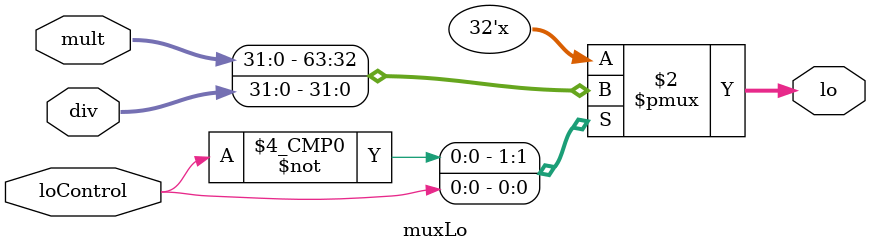
<source format=sv>
module muxLo(
input logic [31:0] mult,
input logic [31:0] div,
input logic  loControl,
output logic [31:0] lo
);

always 
	case (loControl)
		1'd0: begin
			  lo = mult;
		end
		1'd1: begin
			lo = div;
		end
	endcase
	
endmodule

</source>
